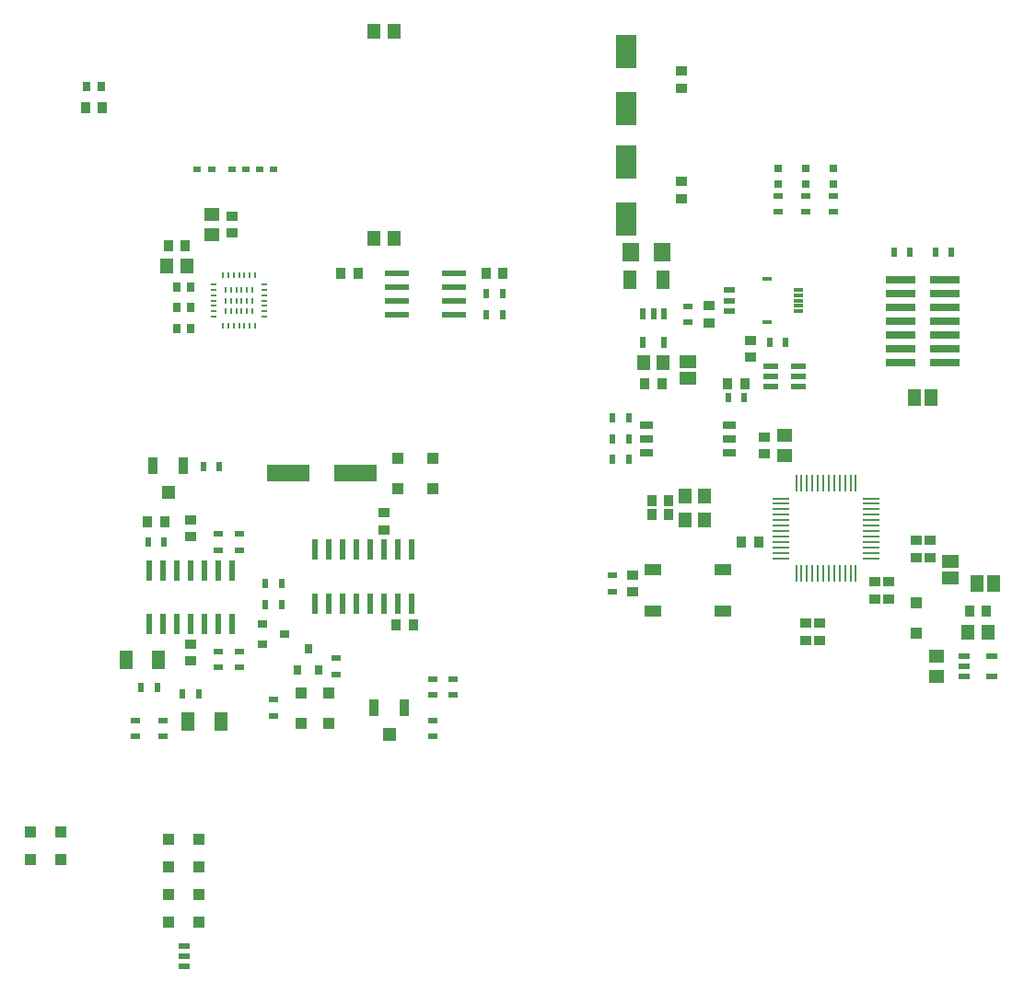
<source format=gbr>
G04 EAGLE Gerber RS-274X export*
G75*
%MOMM*%
%FSLAX34Y34*%
%LPD*%
%INSolderpaste Top*%
%IPPOS*%
%AMOC8*
5,1,8,0,0,1.08239X$1,22.5*%
G01*
%ADD10R,1.558800X0.280000*%
%ADD11R,0.280000X1.558800*%
%ADD12R,1.600000X1.000000*%
%ADD13R,1.200000X1.400000*%
%ADD14R,0.950000X1.000000*%
%ADD15R,2.790000X0.740000*%
%ADD16R,0.889000X0.609600*%
%ADD17R,1.000000X0.950000*%
%ADD18R,1.450000X1.150000*%
%ADD19R,1.270000X0.760000*%
%ADD20R,0.609600X0.889000*%
%ADD21R,1.168400X1.600200*%
%ADD22R,0.700000X0.900000*%
%ADD23R,0.700000X0.500000*%
%ADD24R,1.150000X1.450000*%
%ADD25R,0.260000X0.560000*%
%ADD26R,0.560000X0.260000*%
%ADD27R,0.787400X0.787400*%
%ADD28R,1.150000X1.800000*%
%ADD29R,1.600000X1.800000*%
%ADD30R,1.600200X1.168400*%
%ADD31R,1.100000X0.600000*%
%ADD32R,1.100000X1.100000*%
%ADD33R,1.411800X0.589500*%
%ADD34R,2.200000X0.600000*%
%ADD35R,0.600000X1.100000*%
%ADD36R,0.601900X1.968500*%
%ADD37R,0.581500X1.971600*%
%ADD38R,1.920200X3.165300*%
%ADD39R,0.890000X1.550000*%
%ADD40R,1.270000X1.270000*%
%ADD41R,0.900000X0.800000*%
%ADD42R,1.016000X0.508000*%
%ADD43R,0.800000X0.900000*%
%ADD44R,0.850000X0.300000*%
%ADD45R,0.950000X0.400000*%
%ADD46R,3.965300X1.620200*%


D10*
X783717Y446600D03*
X783717Y441600D03*
X783717Y436600D03*
X783717Y431600D03*
X783717Y426600D03*
X783717Y421600D03*
X783717Y416600D03*
X783717Y411600D03*
X783717Y406600D03*
X783717Y401600D03*
X783717Y396600D03*
X783717Y391600D03*
D11*
X798000Y377317D03*
X803000Y377317D03*
X808000Y377317D03*
X813000Y377317D03*
X818000Y377317D03*
X823000Y377317D03*
X828000Y377317D03*
X833000Y377317D03*
X838000Y377317D03*
X843000Y377317D03*
X848000Y377317D03*
X853000Y377317D03*
D10*
X867283Y391600D03*
X867283Y396600D03*
X867283Y401600D03*
X867283Y406600D03*
X867283Y411600D03*
X867283Y416600D03*
X867283Y421600D03*
X867283Y426600D03*
X867283Y431600D03*
X867283Y436600D03*
X867283Y441600D03*
X867283Y446600D03*
D11*
X853000Y460883D03*
X848000Y460883D03*
X843000Y460883D03*
X838000Y460883D03*
X833000Y460883D03*
X828000Y460883D03*
X823000Y460883D03*
X818000Y460883D03*
X813000Y460883D03*
X808000Y460883D03*
X803000Y460883D03*
X798000Y460883D03*
D12*
X666500Y380950D03*
X730500Y380950D03*
X666500Y342950D03*
X730500Y342950D03*
D13*
X713350Y427150D03*
X713350Y449150D03*
X696350Y449150D03*
X696350Y427150D03*
D14*
X681100Y444500D03*
X665100Y444500D03*
X681100Y431800D03*
X665100Y431800D03*
D15*
X934720Y596900D03*
X894080Y596900D03*
X934720Y609600D03*
X894080Y609600D03*
X934720Y622300D03*
X894080Y622300D03*
X934720Y635000D03*
X894080Y635000D03*
X934720Y647700D03*
X894080Y647700D03*
X934750Y596900D03*
X894050Y596900D03*
X934750Y609600D03*
X894050Y609600D03*
X934750Y622300D03*
X894050Y622300D03*
X934750Y635000D03*
X894050Y635000D03*
X934750Y647700D03*
X894050Y647700D03*
X934750Y571500D03*
X894050Y571500D03*
X934750Y584200D03*
X894050Y584200D03*
D16*
X628650Y375793D03*
X628650Y360807D03*
D17*
X768350Y487300D03*
X768350Y503300D03*
X819150Y331850D03*
X819150Y315850D03*
X806450Y331850D03*
X806450Y315850D03*
D14*
X763650Y406400D03*
X747650Y406400D03*
D18*
X787400Y486300D03*
X787400Y504300D03*
D17*
X869950Y369950D03*
X869950Y353950D03*
X647700Y360300D03*
X647700Y376300D03*
D19*
X660400Y514350D03*
X736600Y514350D03*
X660400Y501650D03*
X736600Y501650D03*
X660400Y488950D03*
X736600Y488950D03*
D20*
X644093Y482600D03*
X629107Y482600D03*
X644093Y501650D03*
X629107Y501650D03*
X644093Y520700D03*
X629107Y520700D03*
D21*
X922020Y539750D03*
X906780Y539750D03*
D17*
X882650Y369950D03*
X882650Y353950D03*
D20*
X940943Y673100D03*
X925957Y673100D03*
X902843Y673100D03*
X887857Y673100D03*
D22*
X228450Y603250D03*
X241450Y603250D03*
D23*
X260497Y749300D03*
X247503Y749300D03*
X304653Y749300D03*
X317647Y749300D03*
X292247Y749300D03*
X279253Y749300D03*
D14*
X236600Y679450D03*
X220600Y679450D03*
D24*
X237600Y660400D03*
X219600Y660400D03*
D22*
X228450Y641350D03*
X241450Y641350D03*
X241450Y622300D03*
X228450Y622300D03*
D20*
X513207Y615950D03*
X528193Y615950D03*
X513207Y635000D03*
X528193Y635000D03*
D17*
X279400Y690500D03*
X279400Y706500D03*
D18*
X260350Y689500D03*
X260350Y707500D03*
D25*
X300750Y651650D03*
X295750Y651650D03*
X290750Y651650D03*
X285750Y651650D03*
X280750Y651650D03*
X275750Y651650D03*
X270750Y651650D03*
D26*
X262750Y643650D03*
X262750Y638650D03*
X262750Y633650D03*
X262750Y628650D03*
X262750Y623650D03*
X262750Y618650D03*
X262750Y613650D03*
D25*
X270750Y605650D03*
X275750Y605650D03*
X280750Y605650D03*
X285750Y605650D03*
X290750Y605650D03*
X295750Y605650D03*
X300750Y605650D03*
D26*
X308750Y613650D03*
X308750Y618650D03*
X308750Y623650D03*
X308750Y628650D03*
X308750Y633650D03*
X308750Y638650D03*
X308750Y643650D03*
D25*
X298250Y638650D03*
X298250Y628650D03*
X298250Y618650D03*
X293250Y638650D03*
X293250Y628650D03*
X293250Y618650D03*
X288250Y638650D03*
X288250Y628650D03*
X288250Y618650D03*
X283250Y638650D03*
X283250Y628650D03*
X283250Y618650D03*
X278250Y638650D03*
X278250Y628650D03*
X278250Y618650D03*
X273250Y638650D03*
X273250Y628650D03*
X273250Y618650D03*
D27*
X781050Y735457D03*
X781050Y750443D03*
X831850Y735457D03*
X831850Y750443D03*
D28*
X675400Y647700D03*
X645400Y647700D03*
D29*
X674400Y673100D03*
X646400Y673100D03*
D30*
X698500Y572770D03*
X698500Y557530D03*
D31*
X952200Y301600D03*
X952200Y292100D03*
X952200Y282600D03*
X978200Y282600D03*
X978200Y301600D03*
D14*
X973200Y342900D03*
X957200Y342900D03*
D17*
X717550Y607950D03*
X717550Y623950D03*
D16*
X698500Y608457D03*
X698500Y623443D03*
D32*
X908050Y322550D03*
X908050Y350550D03*
D21*
X963930Y368300D03*
X979170Y368300D03*
D22*
X158900Y825500D03*
X145900Y825500D03*
D14*
X160400Y806450D03*
X144400Y806450D03*
D33*
X799872Y549300D03*
X799872Y558800D03*
X799872Y568300D03*
X774928Y568300D03*
X774928Y558800D03*
X774928Y549300D03*
D14*
X750950Y552450D03*
X734950Y552450D03*
D20*
X750443Y539750D03*
X735457Y539750D03*
D17*
X755650Y576200D03*
X755650Y592200D03*
X692150Y722250D03*
X692150Y738250D03*
X692150Y823850D03*
X692150Y839850D03*
D34*
X431200Y641350D03*
X483200Y641350D03*
X431200Y654050D03*
X431200Y628650D03*
X431200Y615950D03*
X483200Y654050D03*
X483200Y628650D03*
X483200Y615950D03*
D14*
X395350Y654050D03*
X379350Y654050D03*
X512700Y654050D03*
X528700Y654050D03*
D35*
X676250Y616250D03*
X666750Y616250D03*
X657250Y616250D03*
X657250Y590250D03*
X676250Y590250D03*
D14*
X674750Y552450D03*
X658750Y552450D03*
D36*
X203200Y330866D03*
X215900Y330866D03*
X228600Y330866D03*
X241300Y330866D03*
X254000Y330866D03*
X266700Y330866D03*
X279400Y330866D03*
X279400Y380334D03*
X266700Y380334D03*
X254000Y380334D03*
X241300Y380334D03*
X228600Y380334D03*
X215900Y380334D03*
X203200Y380334D03*
D20*
X248793Y266700D03*
X233807Y266700D03*
X195707Y273050D03*
X210693Y273050D03*
D16*
X190500Y242443D03*
X190500Y227457D03*
D37*
X355600Y349933D03*
X368300Y349933D03*
X381000Y349933D03*
X393700Y349933D03*
X406400Y349933D03*
X419100Y349933D03*
X431800Y349933D03*
X444500Y349933D03*
X444500Y399367D03*
X431800Y399367D03*
X419100Y399367D03*
X406400Y399367D03*
X393700Y399367D03*
X381000Y399367D03*
X368300Y399367D03*
X355600Y399367D03*
D20*
X217043Y406400D03*
X202057Y406400D03*
D17*
X241300Y427100D03*
X241300Y411100D03*
X241300Y312800D03*
X241300Y296800D03*
D14*
X446150Y330200D03*
X430150Y330200D03*
D17*
X419100Y417450D03*
X419100Y433450D03*
D27*
X806450Y735457D03*
X806450Y750443D03*
D16*
X215900Y242443D03*
X215900Y227457D03*
D20*
X788543Y590550D03*
X773557Y590550D03*
D38*
X641350Y704000D03*
X641350Y756500D03*
X641350Y805600D03*
X641350Y858100D03*
D17*
X920750Y392050D03*
X920750Y408050D03*
X908050Y392050D03*
X908050Y408050D03*
D30*
X939800Y373380D03*
X939800Y388620D03*
D20*
X310007Y349250D03*
X324993Y349250D03*
X324993Y368300D03*
X310007Y368300D03*
D16*
X463550Y227457D03*
X463550Y242443D03*
D39*
X410100Y254250D03*
X438000Y254250D03*
D40*
X424050Y229850D03*
D16*
X374650Y284607D03*
X374650Y299593D03*
X285750Y305943D03*
X285750Y290957D03*
D41*
X307217Y330848D03*
X307217Y312052D03*
X327283Y321450D03*
D16*
X266700Y305943D03*
X266700Y290957D03*
D42*
X234950Y34925D03*
X234950Y25400D03*
X234950Y15875D03*
D14*
X201550Y425450D03*
X217550Y425450D03*
D43*
X339852Y288417D03*
X358648Y288417D03*
X349250Y308483D03*
D32*
X368300Y240000D03*
X368300Y268000D03*
X342900Y240000D03*
X342900Y268000D03*
D16*
X317500Y246507D03*
X317500Y261493D03*
X463550Y265557D03*
X463550Y280543D03*
D32*
X248950Y57150D03*
X220950Y57150D03*
X93950Y114300D03*
X121950Y114300D03*
X220950Y82550D03*
X248950Y82550D03*
X93950Y139700D03*
X121950Y139700D03*
X248950Y133350D03*
X220950Y133350D03*
X220950Y107950D03*
X248950Y107950D03*
X463550Y455900D03*
X463550Y483900D03*
X431800Y483900D03*
X431800Y455900D03*
D44*
X800100Y638650D03*
X800100Y633650D03*
X800100Y628650D03*
X800100Y623650D03*
D45*
X771350Y648650D03*
X771350Y608650D03*
D44*
X800100Y618650D03*
D39*
X206900Y476500D03*
X234800Y476500D03*
D40*
X220850Y452100D03*
D20*
X252857Y476250D03*
X267843Y476250D03*
D16*
X266700Y413893D03*
X266700Y398907D03*
X285750Y413893D03*
X285750Y398907D03*
D42*
X736600Y638175D03*
X736600Y628650D03*
X736600Y619125D03*
D16*
X482600Y265557D03*
X482600Y280543D03*
D46*
X330700Y469900D03*
X393200Y469900D03*
D16*
X781050Y710057D03*
X781050Y725043D03*
X831850Y710057D03*
X831850Y725043D03*
X806450Y710057D03*
X806450Y725043D03*
D24*
X675750Y571500D03*
X657750Y571500D03*
X974200Y323850D03*
X956200Y323850D03*
X410100Y876300D03*
X428100Y876300D03*
X410100Y685800D03*
X428100Y685800D03*
D18*
X927100Y301100D03*
X927100Y283100D03*
D28*
X211850Y298450D03*
X181850Y298450D03*
X239000Y241300D03*
X269000Y241300D03*
M02*

</source>
